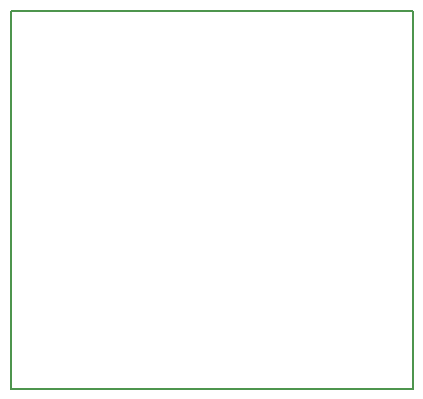
<source format=gbr>
%TF.GenerationSoftware,Altium Limited,Altium Designer,21.4.1 (30)*%
G04 Layer_Color=16711935*
%FSLAX26Y26*%
%MOIN*%
%TF.SameCoordinates,A13BDBB0-CAD7-4838-8454-AA6E24CDD61A*%
%TF.FilePolarity,Positive*%
%TF.FileFunction,Other,PCB_Outline*%
%TF.Part,Single*%
G01*
G75*
%TA.AperFunction,NonConductor*%
%ADD60C,0.005906*%
%ADD103C,0.003937*%
D60*
X1338583Y1259843D02*
X1338583Y0D01*
X0D02*
X1338583D01*
X0Y1259843D02*
X0Y0D01*
X0Y1259843D02*
X1338583D01*
D103*
X844878Y1263078D02*
X1222831D01*
%TF.MD5,81cf8b557a5fefa8df7420cc153f9189*%
M02*

</source>
